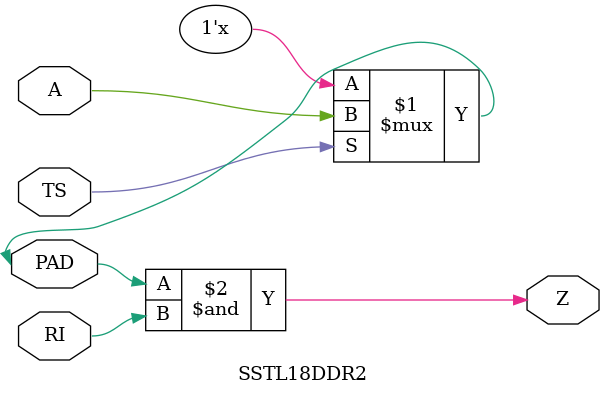
<source format=v>
module SSTL18DDR2 (PAD,Z,A,RI,TS);

   inout   PAD; // I/O PAD PIN
   output  Z;   // Recieved data from PAD if RI is high
   input   A;   // Data to PAD if TS is high 
   input   RI;  // Receiver Inhibit 
   input   TS;  // Driver Tristate Control

   bufif1 b1 (PAD,A,TS);
   and    a4 (Z,PAD,RI);

endmodule // SSTL18DDR2


</source>
